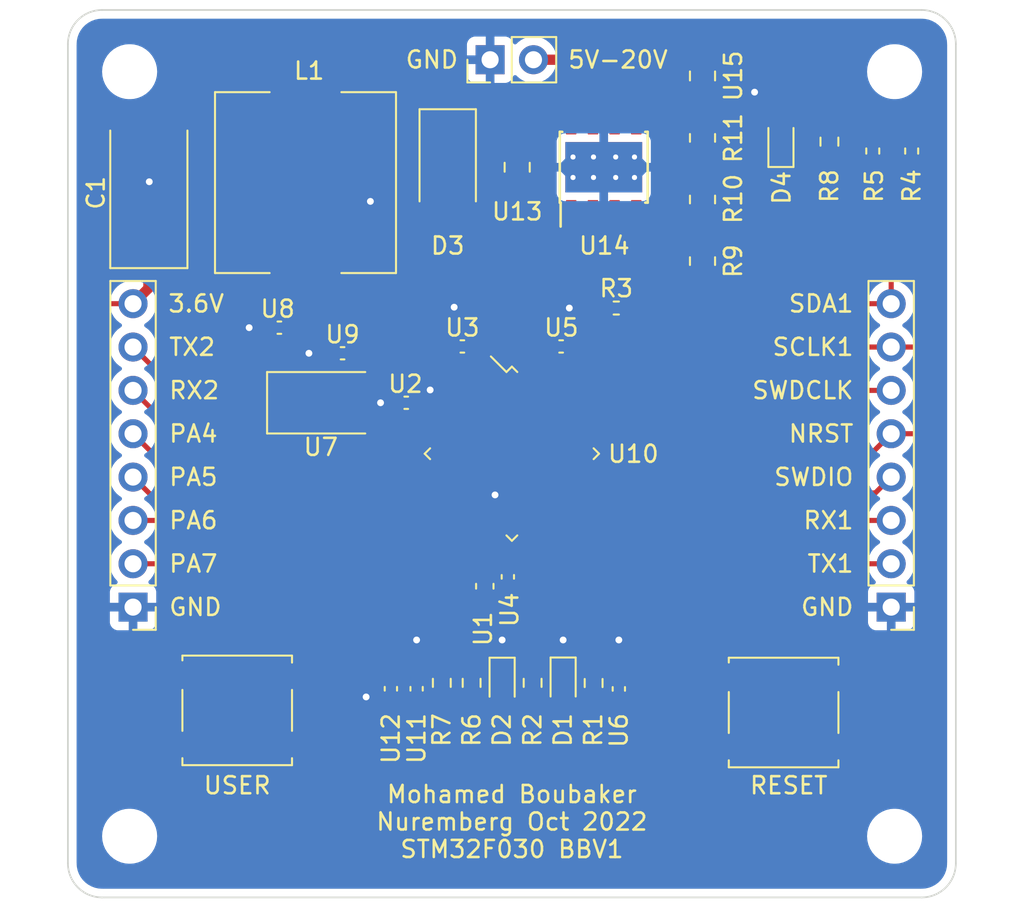
<source format=kicad_pcb>
(kicad_pcb (version 20211014) (generator pcbnew)
  (layers (0 "F.Cu" signal) (31 "B.Cu" signal) (34 "B.Paste" user) (35 "F.Paste" user) (36 "B.SilkS" user "B.Silkscreen") (37 "F.SilkS" user "F.Silkscreen") (38 "B.Mask" user) (39 "F.Mask" user) (44 "Edge.Cuts" user))
  (net 0 "")
  (net 1 "+3.3V")
  (net 2 "GND")
  (net 3 "Net-(D1-Pad2)")
  (net 4 "Net-(D2-Pad2)")
  (net 5 "Net-(D3-Pad1)")
  (net 6 "Net-(D4-Pad2)")
  (net 7 "SWDIO")
  (net 8 "SWDCLK")
  (net 9 "NRST")
  (net 10 "USART2_RX")
  (net 11 "USART2_TX")
  (net 12 "USART1_RX")
  (net 13 "USART1_TX")
  (net 14 "I2C1_SCLK")
  (net 15 "I2C1_SDA")
  (net 16 "+12V")
  (net 17 "LED2")
  (net 18 "LED1")
  (net 19 "/BOOT0")
  (net 20 "Net-(R6-Pad1)")
  (net 21 "Net-(R6-Pad2)")
  (net 22 "feedback")
  (net 23 "Net-(R10-Pad2)")
  (net 24 "/HSE_IN")
  (net 25 "/HSE_OUT")
  (net 31 "PA7")
  (net 32 "PA6")
  (net 33 "PA5")
  (net 34 "PA4")
  (net 48 "Net-(U13-Pad1)")
  (footprint "MountingHole:MountingHole_2.2mm_M2" (layer "F.Cu") (at 126.6 58.2)
    (fp_text reference "H3")
    (fp_text value "MountingHole")
    (pad "" np_thru_hole circle (at 0 0) (size 2.2 2.2) (drill 2.2) (layers *.Cu *.Mask))
  )
  (footprint "Capacitor_SMD:C_0603_1608Metric" (layer "F.Cu") (at 147.4 88.35 -90)
    (fp_text reference "U1" (at 2.5 0.1 -90) (layer "F.SilkS"))
    (fp_text value "4u7")
    (pad "1" smd roundrect (at -0.775 0 270) (size 0.9 0.95) (layers "F.Cu" "F.Paste" "F.Mask") (net 1 "+3.3V"))
    (pad "2" smd roundrect (at 0.775 0 270) (size 0.9 0.95) (layers "F.Cu" "F.Paste" "F.Mask") (net 2 "GND"))
  )
  (footprint "Resistor_SMD:R_0603_1608Metric" (layer "F.Cu") (at 146.62875 94.0125 -90)
    (fp_text reference "R6" (at 2.76 0 -90) (layer "F.SilkS"))
    (fp_text value "1K")
    (pad "1" smd roundrect (at -0.825 0 270) (size 0.8 0.95) (layers "F.Cu" "F.Paste" "F.Mask") (net 20 "Net-(R6-Pad1)"))
    (pad "2" smd roundrect (at 0.825 0 270) (size 0.8 0.95) (layers "F.Cu" "F.Paste" "F.Mask") (net 21 "Net-(R6-Pad2)"))
  )
  (footprint "Inductor_SMD:L_10.4x10.4_H4.8" (layer "F.Cu") (at 136.9 64.7 -90)
    (fp_text reference "L1" (at -6.55 -0.211 180) (layer "F.SilkS"))
    (fp_text value "15uH")
    (pad "1" smd rect (at -4.15 0 270) (size 2.7 3.6) (layers "F.Cu" "F.Paste" "F.Mask") (net 5 "Net-(D3-Pad1)"))
    (pad "2" smd rect (at 4.15 0 270) (size 2.7 3.6) (layers "F.Cu" "F.Paste" "F.Mask") (net 1 "+3.3V"))
  )
  (footprint "Button_Switch_SMD:SW_Push_1P1T_NO_CK_KSC6xxJ" (layer "F.Cu") (at 164.9 95.75 180)
    (fp_text reference "SW1")
    (fp_text value "SW_Push")
    (pad "1" smd rect (at 2.9 -2 180) (size 2.8 1) (layers "F.Cu" "F.Paste" "F.Mask") (net 9 "NRST"))
    (pad "1" smd rect (at -2.9 -2 180) (size 2.8 1) (layers "F.Cu" "F.Paste" "F.Mask") (net 9 "NRST"))
    (pad "2" smd rect (at -2.9 2 180) (size 2.8 1) (layers "F.Cu" "F.Paste" "F.Mask") (net 2 "GND"))
    (pad "2" smd rect (at 2.9 2 180) (size 2.8 1) (layers "F.Cu" "F.Paste" "F.Mask") (net 2 "GND"))
  )
  (footprint "Capacitor_SMD:C_0402_1005Metric" (layer "F.Cu") (at 143.40625 94.3575 90)
    (fp_text reference "U11" (at -2.915 0 90) (layer "F.SilkS"))
    (fp_text value "10p")
    (pad "1" smd roundrect (at -0.48 0 90) (size 0.56 0.62) (layers "F.Cu" "F.Paste" "F.Mask") (net 21 "Net-(R6-Pad2)"))
    (pad "2" smd roundrect (at 0.48 0 90) (size 0.56 0.62) (layers "F.Cu" "F.Paste" "F.Mask") (net 2 "GND"))
  )
  (footprint "Resistor_SMD:R_0805_2012Metric" (layer "F.Cu") (at 160.15 65.69 90)
    (fp_text reference "R10" (at 0.0375 1.8 90) (layer "F.SilkS"))
    (fp_text value "1k5")
    (pad "1" smd roundrect (at -0.9125 0 90) (size 1.025 1.4) (layers "F.Cu" "F.Paste" "F.Mask") (roundrect_rratio 0.243902439) (net 22 "feedback"))
    (pad "2" smd roundrect (at 0.9125 0 90) (size 1.025 1.4) (layers "F.Cu" "F.Paste" "F.Mask") (roundrect_rratio 0.243902439) (net 23 "Net-(R10-Pad2)"))
  )
  (footprint "Button_Switch_SMD:SW_Push_1P1T_NO_CK_KSC6xxJ" (layer "F.Cu") (at 132.9 95.625 180)
    (fp_text reference "SW2")
    (fp_text value "SW_Push")
    (pad "1" smd rect (at 2.9 -2 180) (size 2.8 1) (layers "F.Cu" "F.Paste" "F.Mask") (net 21 "Net-(R6-Pad2)"))
    (pad "1" smd rect (at -2.9 -2 180) (size 2.8 1) (layers "F.Cu" "F.Paste" "F.Mask") (net 21 "Net-(R6-Pad2)"))
    (pad "2" smd rect (at -2.9 2 180) (size 2.8 1) (layers "F.Cu" "F.Paste" "F.Mask") (net 1 "+3.3V"))
    (pad "2" smd rect (at 2.9 2 180) (size 2.8 1) (layers "F.Cu" "F.Paste" "F.Mask") (net 1 "+3.3V"))
  )
  (footprint "Resistor_SMD:R_0603_1608Metric" (layer "F.Cu") (at 153.77375 94.0225 -90)
    (fp_text reference "R1" (at 2.75 0.015786 90) (layer "F.SilkS"))
    (fp_text value "1k5")
    (pad "1" smd roundrect (at -0.825 0 270) (size 0.8 0.95) (layers "F.Cu" "F.Paste" "F.Mask") (net 17 "LED2"))
    (pad "2" smd roundrect (at 0.825 0 270) (size 0.8 0.95) (layers "F.Cu" "F.Paste" "F.Mask") (net 3 "Net-(D1-Pad2)"))
  )
  (footprint "MountingHole:MountingHole_2.2mm_M2" (layer "F.Cu") (at 171.4 103)
    (fp_text reference "H2")
    (fp_text value "MountingHole")
    (pad "" np_thru_hole circle locked (at 0 0) (size 2.2 2.2) (drill 2.2) (layers *.Cu *.Mask))
  )
  (footprint "Resistor_SMD:R_0603_1608Metric" (layer "F.Cu") (at 150.20125 94.0125 -90)
    (fp_text reference "R2" (at 2.76 0.005786 90) (layer "F.SilkS"))
    (fp_text value "1k5")
    (pad "1" smd roundrect (at -0.825 0 270) (size 0.8 0.95) (layers "F.Cu" "F.Paste" "F.Mask") (net 18 "LED1"))
    (pad "2" smd roundrect (at 0.825 0 270) (size 0.8 0.95) (layers "F.Cu" "F.Paste" "F.Mask") (net 4 "Net-(D2-Pad2)"))
  )
  (footprint "Connector_PinHeader_2.54mm:PinHeader_1x08_P2.54mm_Vertical" (layer "F.Cu") (at 171.2 89.575 180)
    (fp_text reference "J1")
    (fp_text value "Communication pins")
    (pad "1" thru_hole rect locked (at 0 0 180) (size 1.7 1.7) (drill 1) (layers *.Cu *.Mask) (net 2 "GND"))
    (pad "2" thru_hole oval locked (at 0 2.54 180) (size 1.7 1.7) (drill 1) (layers *.Cu *.Mask) (net 13 "USART1_TX"))
    (pad "3" thru_hole oval locked (at 0 5.08 180) (size 1.7 1.7) (drill 1) (layers *.Cu *.Mask) (net 12 "USART1_RX"))
    (pad "4" thru_hole oval locked (at 0 7.62 180) (size 1.7 1.7) (drill 1) (layers *.Cu *.Mask) (net 7 "SWDIO"))
    (pad "5" thru_hole oval locked (at 0 10.16 180) (size 1.7 1.7) (drill 1) (layers *.Cu *.Mask) (net 9 "NRST"))
    (pad "6" thru_hole oval locked (at 0 12.7 180) (size 1.7 1.7) (drill 1) (layers *.Cu *.Mask) (net 8 "SWDCLK"))
    (pad "7" thru_hole oval locked (at 0 15.24 180) (size 1.7 1.7) (drill 1) (layers *.Cu *.Mask) (net 14 "I2C1_SCLK"))
    (pad "8" thru_hole oval locked (at 0 17.78 180) (size 1.7 1.7) (drill 1) (layers *.Cu *.Mask) (net 15 "I2C1_SDA"))
  )
  (footprint "Capacitor_SMD:C_0402_1005Metric" (layer "F.Cu") (at 135.37 73.2 180)
    (fp_text reference "U8" (at 0.1 1.1 180) (layer "F.SilkS"))
    (fp_text value "30p")
    (pad "1" smd roundrect (at -0.48 0 180) (size 0.56 0.62) (layers "F.Cu" "F.Paste" "F.Mask") (net 24 "/HSE_IN"))
    (pad "2" smd roundrect (at 0.48 0 180) (size 0.56 0.62) (layers "F.Cu" "F.Paste" "F.Mask") (net 2 "GND"))
  )
  (footprint "MountingHole:MountingHole_2.2mm_M2" (layer "F.Cu") (at 126.6 103)
    (fp_text reference "H1")
    (fp_text value "MountingHole")
    (pad "" np_thru_hole circle locked (at 0 0) (size 2.2 2.2) (drill 2.2) (layers *.Cu *.Mask))
  )
  (footprint "Resistor_SMD:R_0402_1005Metric" (layer "F.Cu") (at 172.4 62.85 90)
    (fp_text reference "R4" (at -2.05 0 270) (layer "F.SilkS"))
    (fp_text value "2k2")
    (pad "1" smd roundrect locked (at -0.51 0 90) (size 0.54 0.64) (layers "F.Cu" "F.Paste" "F.Mask") (net 14 "I2C1_SCLK"))
    (pad "2" smd roundrect locked (at 0.51 0 90) (size 0.54 0.64) (layers "F.Cu" "F.Paste" "F.Mask") (net 1 "+3.3V"))
  )
  (footprint "Crystal:Crystal_SMD_5032-2Pin_5.0x3.2mm" (layer "F.Cu") (at 137.7 77.6)
    (fp_text reference "U7" (at 0.1 2.6) (layer "F.SilkS"))
    (fp_text value "8MHz")
    (pad "1" smd rect (at -1.85 0) (size 2 2.4) (layers "F.Cu" "F.Paste" "F.Mask") (net 24 "/HSE_IN"))
    (pad "2" smd rect (at 1.85 0) (size 2 2.4) (layers "F.Cu" "F.Paste" "F.Mask") (net 25 "/HSE_OUT"))
  )
  (footprint "Connector_PinHeader_2.54mm:PinHeader_1x08_P2.54mm_Vertical" (layer "F.Cu") (at 126.8 89.575 180)
    (fp_text reference "J2")
    (fp_text value "Communication pins")
    (pad "1" thru_hole rect locked (at 0 0 180) (size 1.7 1.7) (drill 1) (layers *.Cu *.Mask) (net 2 "GND"))
    (pad "2" thru_hole oval locked (at 0 2.54 180) (size 1.7 1.7) (drill 1) (layers *.Cu *.Mask) (net 31 "PA7"))
    (pad "3" thru_hole oval locked (at 0 5.08 180) (size 1.7 1.7) (drill 1) (layers *.Cu *.Mask) (net 32 "PA6"))
    (pad "4" thru_hole oval locked (at 0 7.62 180) (size 1.7 1.7) (drill 1) (layers *.Cu *.Mask) (net 33 "PA5"))
    (pad "5" thru_hole oval locked (at 0 10.16 180) (size 1.7 1.7) (drill 1) (layers *.Cu *.Mask) (net 34 "PA4"))
    (pad "6" thru_hole oval locked (at 0 12.7 180) (size 1.7 1.7) (drill 1) (layers *.Cu *.Mask) (net 10 "USART2_RX"))
    (pad "7" thru_hole oval locked (at 0 15.24 180) (size 1.7 1.7) (drill 1) (layers *.Cu *.Mask) (net 11 "USART2_TX"))
    (pad "8" thru_hole oval locked (at 0 17.78 180) (size 1.7 1.7) (drill 1) (layers *.Cu *.Mask) (net 1 "+3.3V"))
  )
  (footprint "Capacitor_SMD:C_0402_1005Metric" (layer "F.Cu") (at 155.25 94.3675 90)
    (fp_text reference "U6" (at -2.428809 0 90) (layer "F.SilkS"))
    (fp_text value "100n")
    (pad "1" smd roundrect (at -0.48 0 90) (size 0.56 0.62) (layers "F.Cu" "F.Paste" "F.Mask") (net 9 "NRST"))
    (pad "2" smd roundrect (at 0.48 0 90) (size 0.56 0.62) (layers "F.Cu" "F.Paste" "F.Mask") (net 2 "GND"))
  )
  (footprint "Resistor_SMD:R_0805_2012Metric" (layer "F.Cu") (at 160.15 69.3 90)
    (fp_text reference "R9" (at 0 1.8 90) (layer "F.SilkS"))
    (fp_text value "8k2")
    (pad "1" smd roundrect (at -0.9125 0 90) (size 1.025 1.4) (layers "F.Cu" "F.Paste" "F.Mask") (roundrect_rratio 0.243902439) (net 1 "+3.3V"))
    (pad "2" smd roundrect (at 0.9125 0 90) (size 1.025 1.4) (layers "F.Cu" "F.Paste" "F.Mask") (roundrect_rratio 0.243902439) (net 22 "feedback"))
  )
  (footprint "Diode_SMD:D_SMA" (layer "F.Cu") (at 145.228 63.8 -90)
    (fp_text reference "D3" (at 4.6 0) (layer "F.SilkS"))
    (fp_text value "B340")
    (pad "1" smd rect (at -2 0 270) (size 2.5 1.8) (layers "F.Cu" "F.Paste" "F.Mask") (net 5 "Net-(D3-Pad1)"))
    (pad "2" smd rect (at 2 0 270) (size 2.5 1.8) (layers "F.Cu" "F.Paste" "F.Mask") (net 2 "GND"))
  )
  (footprint "Capacitor_SMD:C_0402_1005Metric" (layer "F.Cu") (at 146.085786 74.3 180)
    (fp_text reference "U3" (at 0 1.1) (layer "F.SilkS"))
    (fp_text value "100n")
    (pad "1" smd roundrect (at -0.48 0 180) (size 0.56 0.62) (layers "F.Cu" "F.Paste" "F.Mask") (net 1 "+3.3V"))
    (pad "2" smd roundrect (at 0.48 0 180) (size 0.56 0.62) (layers "F.Cu" "F.Paste" "F.Mask") (net 2 "GND"))
  )
  (footprint "Resistor_SMD:R_0603_1608Metric" (layer "F.Cu") (at 144.8825 94.0125 90)
    (fp_text reference "R7" (at -2.76 -0.007661 90) (layer "F.SilkS"))
    (fp_text value "100K")
    (pad "1" smd roundrect (at -0.825 0 90) (size 0.8 0.95) (layers "F.Cu" "F.Paste" "F.Mask") (net 21 "Net-(R6-Pad2)"))
    (pad "2" smd roundrect (at 0.825 0 90) (size 0.8 0.95) (layers "F.Cu" "F.Paste" "F.Mask") (net 2 "GND"))
  )
  (footprint "Resistor_SMD:R_0603_1608Metric" (layer "F.Cu") (at 167.582 62.3 90)
    (fp_text reference "R8" (at -2.6 0 90) (layer "F.SilkS"))
    (fp_text value "1k5")
    (pad "1" smd roundrect (at -0.825 0 90) (size 0.8 0.95) (layers "F.Cu" "F.Paste" "F.Mask") (net 1 "+3.3V"))
    (pad "2" smd roundrect (at 0.825 0 90) (size 0.8 0.95) (layers "F.Cu" "F.Paste" "F.Mask") (net 6 "Net-(D4-Pad2)"))
  )
  (footprint "Capacitor_SMD:C_0402_1005Metric" (layer "F.Cu") (at 142.8 77.6 180)
    (fp_text reference "U2" (at 0.05 1.1) (layer "F.SilkS"))
    (fp_text value "100n")
    (pad "1" smd roundrect (at -0.48 0 180) (size 0.56 0.62) (layers "F.Cu" "F.Paste" "F.Mask") (net 1 "+3.3V"))
    (pad "2" smd roundrect (at 0.48 0 180) (size 0.56 0.62) (layers "F.Cu" "F.Paste" "F.Mask") (net 2 "GND"))
  )
  (footprint "Resistor_SMD:R_0402_1005Metric" (layer "F.Cu") (at 155.1 72.05)
    (fp_text reference "R3" (at 0 -1.15) (layer "F.SilkS"))
    (fp_text value "10K")
    (pad "1" smd roundrect (at -0.51 0) (size 0.54 0.64) (layers "F.Cu" "F.Paste" "F.Mask") (net 2 "GND"))
    (pad "2" smd roundrect (at 0.51 0) (size 0.54 0.64) (layers "F.Cu" "F.Paste" "F.Mask") (net 19 "/BOOT0"))
  )
  (footprint "Capacitor_SMD:C_0805_2012Metric" (layer "F.Cu") (at 160.15 58.45 -90)
    (fp_text reference "U15" (at 0 -1.8 90) (layer "F.SilkS"))
    (fp_text value "10u")
    (pad "1" smd roundrect (at -0.95 0 270) (size 1 1.45) (layers "F.Cu" "F.Paste" "F.Mask") (net 16 "+12V"))
    (pad "2" smd roundrect (at 0.95 0 270) (size 1 1.45) (layers "F.Cu" "F.Paste" "F.Mask") (net 2 "GND"))
  )
  (footprint "Resistor_SMD:R_0805_2012Metric" (layer "F.Cu") (at 160.15 62.08 90)
    (fp_text reference "R11" (at -0.01 1.8 90) (layer "F.SilkS"))
    (fp_text value "2k7")
    (pad "1" smd roundrect (at -0.9125 0 90) (size 1.025 1.4) (layers "F.Cu" "F.Paste" "F.Mask") (roundrect_rratio 0.243902439) (net 23 "Net-(R10-Pad2)"))
    (pad "2" smd roundrect (at 0.9125 0 90) (size 1.025 1.4) (layers "F.Cu" "F.Paste" "F.Mask") (roundrect_rratio 0.243902439) (net 2 "GND"))
  )
  (footprint "Capacitor_SMD:C_0402_1005Metric" (layer "F.Cu") (at 151.87 74.3)
    (fp_text reference "U5" (at 0.014214 -1.1) (layer "F.SilkS"))
    (fp_text value "100n")
    (pad "1" smd roundrect (at -0.48 0) (size 0.56 0.62) (layers "F.Cu" "F.Paste" "F.Mask") (net 1 "+3.3V"))
    (pad "2" smd roundrect (at 0.48 0) (size 0.56 0.62) (layers "F.Cu" "F.Paste" "F.Mask") (net 2 "GND"))
  )
  (footprint "Capacitor_SMD:C_0402_1005Metric" (layer "F.Cu") (at 141.9 94.3575 -90)
    (fp_text reference "U12" (at 2.915 0 90) (layer "F.SilkS"))
    (fp_text value "100n")
    (pad "1" smd roundrect (at -0.48 0 270) (size 0.56 0.62) (layers "F.Cu" "F.Paste" "F.Mask") (net 20 "Net-(R6-Pad1)"))
    (pad "2" smd roundrect (at 0.48 0 270) (size 0.56 0.62) (layers "F.Cu" "F.Paste" "F.Mask") (net 2 "GND"))
  )
  (footprint "MountingHole:MountingHole_2.2mm_M2" (layer "F.Cu") (at 171.4 58.2)
    (fp_text reference "H4")
    (fp_text value "MountingHole")
    (pad "" np_thru_hole circle locked (at 0 0) (size 2.2 2.2) (drill 2.2) (layers *.Cu *.Mask))
  )
  (footprint "Capacitor_Tantalum_SMD:CP_EIA-7343-15_Kemet-W" (layer "F.Cu") (at 127.725 65.3 90)
    (fp_text reference "C1" (at 0 -3.1 90) (layer "F.SilkS"))
    (fp_text value "220u")
    (pad "1" smd roundrect locked (at -3.1125 0 90) (size 2.075 2.55) (layers "F.Cu" "F.Paste" "F.Mask") (roundrect_rratio 0.1204819277) (net 1 "+3.3V"))
    (pad "2" smd roundrect locked (at 3.1125 0 90) (size 2.075 2.55) (layers "F.Cu" "F.Paste" "F.Mask") (roundrect_rratio 0.1204819277) (net 2 "GND"))
  )
  (footprint "Package_SO:TI_SO-PowerPAD-8_ThermalVias" (layer "F.Cu") (at 154.366 63.8 90)
    (fp_text reference "U14" (at -4.6 0.034) (layer "F.SilkS"))
    (fp_text value "TPS5430DDA")
    (pad "1" smd rect (at -2.7 -1.905 90) (size 1.55 0.6) (layers "F.Cu" "F.Paste" "F.Mask") (net 48 "Net-(U13-Pad1)"))
    (pad "2" smd rect (at -2.7 -0.635 90) (size 1.55 0.6) (layers "F.Cu" "F.Paste" "F.Mask"))
    (pad "3" smd rect (at -2.7 0.635 90) (size 1.55 0.6) (layers "F.Cu" "F.Paste" "F.Mask"))
    (pad "4" smd rect (at -2.7 1.905 90) (size 1.55 0.6) (layers "F.Cu" "F.Paste" "F.Mask") (net 22 "feedback"))
    (pad "5" smd rect (at 2.7 1.905 90) (size 1.55 0.6) (layers "F.Cu" "F.Paste" "F.Mask"))
    (pad "6" smd rect (at 2.7 0.635 90) (size 1.55 0.6) (layers "F.Cu" "F.Paste" "F.Mask") (net 2 "GND"))
    (pad "7" smd rect (at 2.7 -0.635 90) (size 1.55 0.6) (layers "F.Cu" "F.Paste" "F.Mask") (net 16 "+12V"))
    (pad "8" smd rect (at 2.7 -1.905 90) (size 1.55 0.6) (layers "F.Cu" "F.Paste" "F.Mask") (net 5 "Net-(D3-Pad1)"))
    (pad "9" smd rect (at 0 0 90) (size 2.95 4.5) (layers "B.Cu") (net 2 "GND"))
    (pad "9" thru_hole circle (at -0.6 0.7 90) (size 0.6 0.6) (drill 0.3) (layers *.Cu) (net 2 "GND"))
    (pad "9" thru_hole circle (at -0.6 1.8 90) (size 0.6 0.6) (drill 0.3) (layers *.Cu) (net 2 "GND"))
    (pad "9" thru_hole circle (at 0.6 -0.6 90) (size 0.6 0.6) (drill 0.3) (layers *.Cu) (net 2 "GND"))
    (pad "9" thru_hole circle (at 0.6 0.7 90) (size 0.6 0.6) (drill 0.3) (layers *.Cu) (net 2 "GND"))
    (pad "9" thru_hole circle (at -0.6 -1.8 90) (size 0.6 0.6) (drill 0.3) (layers *.Cu) (net 2 "GND"))
    (pad "9" smd rect (at 0 0 90) (size 2.95 4.5) (layers "F.Cu") (net 2 "GND"))
    (pad "9" thru_hole circle (at 0.6 1.8 90) (size 0.6 0.6) (drill 0.3) (layers *.Cu) (net 2 "GND"))
    (pad "9" smd rect (at 0 0 90) (size 2.6 3.1) (layers "F.Cu" "F.Paste" "F.Mask") (net 2 "GND"))
    (pad "9" thru_hole circle (at -0.6 -0.6 90) (size 0.6 0.6) (drill 0.3) (layers *.Cu) (net 2 "GND"))
    (pad "9" thru_hole circle (at 0.6 -1.8 90) (size 0.6 0.6) (drill 0.3) (layers *.Cu) (net 2 "GND"))
  )
  (footprint "Connector_PinHeader_2.54mm:PinHeader_1x02_P2.54mm_Vertical" (layer "F.Cu") (at 147.710786 57.5 90)
    (fp_text reference "J4")
    (fp_text value "5V-20V")
    (pad "1" thru_hole rect locked (at 0 0 90) (size 1.7 1.7) (drill 1) (layers *.Cu *.Mask) (net 2 "GND"))
    (pad "2" thru_hole oval locked (at 0 2.54 90) (size 1.7 1.7) (drill 1) (layers *.Cu *.Mask) (net 16 "+12V"))
  )
  (footprint "LED_SMD:LED_0603_1608Metric" (layer "F.Cu") (at 164.743 62.3 90)
    (fp_text reference "D4" (at -2.7 0.043 90) (layer "F.SilkS"))
    (fp_text value "PWR Status")
    (pad "1" smd roundrect (at -0.7875 0 90) (size 0.875 0.95) (layers "F.Cu" "F.Paste" "F.Mask") (net 2 "GND"))
    (pad "2" smd roundrect (at 0.7875 0 90) (size 0.875 0.95) (layers "F.Cu" "F.Paste" "F.Mask") (net 6 "Net-(D4-Pad2)"))
  )
  (footprint "Capacitor_SMD:C_0402_1005Metric" (layer "F.Cu") (at 148.75 87.8 -90)
    (fp_text reference "U4" (at 1.93 -0.1 -90) (layer "F.SilkS"))
    (fp_text value "100n")
    (pad "1" smd roundrect (at -0.48 0 270) (size 0.56 0.62) (layers "F.Cu" "F.Paste" "F.Mask") (net 1 "+3.3V"))
    (pad "2" smd roundrect (at 0.48 0 270) (size 0.56 0.62) (layers "F.Cu" "F.Paste" "F.Mask") (net 2 "GND"))
  )
  (footprint "LED_SMD:LED_0603_1608Metric" (layer "F.Cu") (at 148.415 94.0225 -90)
    (fp_text reference "D2" (at 2.75 0.015786 90) (layer "F.SilkS"))
    (fp_text value "LED2")
    (pad "1" smd roundrect (at -0.7875 0 270) (size 0.875 0.95) (layers "F.Cu" "F.Paste" "F.Mask") (net 2 "GND"))
    (pad "2" smd roundrect (at 0.7875 0 270) (size 0.875 0.95) (layers "F.Cu" "F.Paste" "F.Mask") (net 4 "Net-(D2-Pad2)"))
  )
  (footprint "Package_QFP:LQFP-48_7x7mm_P0.5mm" (layer "F.Cu") (at 148.985786 80.585786 -45)
    (fp_text reference "U10" (at 5.04056 -5.020458 unlocked) (layer "F.SilkS"))
    (fp_text value "STM32F030C8Tx")
    (pad "1" smd roundrect (at -4.1625 -2.75 315) (size 1.475 0.3) (layers "F.Cu" "F.Paste" "F.Mask") (net 1 "+3.3V"))
    (pad "2" smd roundrect (at -4.1625 -2.25 315) (size 1.475 0.3) (layers "F.Cu" "F.Paste" "F.Mask"))
    (pad "3" smd roundrect (at -4.1625 -1.75 315) (size 1.475 0.3) (layers "F.Cu" "F.Paste" "F.Mask"))
    (pad "4" smd roundrect (at -4.1625 -1.25 315) (size 1.475 0.3) (layers "F.Cu" "F.Paste" "F.Mask"))
    (pad "5" smd roundrect (at -4.1625 -0.75 315) (size 1.475 0.3) (layers "F.Cu" "F.Paste" "F.Mask") (net 24 "/HSE_IN"))
    (pad "6" smd roundrect (at -4.1625 -0.25 315) (size 1.475 0.3) (layers "F.Cu" "F.Paste" "F.Mask") (net 25 "/HSE_OUT"))
    (pad "7" smd roundrect (at -4.1625 0.25 315) (size 1.475 0.3) (layers "F.Cu" "F.Paste" "F.Mask") (net 9 "NRST"))
    (pad "8" smd roundrect (at -4.1625 0.75 315) (size 1.475 0.3) (layers "F.Cu" "F.Paste" "F.Mask") (net 2 "GND"))
    (pad "9" smd roundrect (at -4.1625 1.25 315) (size 1.475 0.3) (layers "F.Cu" "F.Paste" "F.Mask") (net 1 "+3.3V"))
    (pad "10" smd roundrect (at -4.1625 1.75 315) (size 1.475 0.3) (layers "F.Cu" "F.Paste" "F.Mask"))
    (pad "11" smd roundrect (at -4.1625 2.25 315) (size 1.475 0.3) (layers "F.Cu" "F.Paste" "F.Mask"))
    (pad "12" smd roundrect (at -4.1625 2.75 315) (size 1.475 0.3) (layers "F.Cu" "F.Paste" "F.Mask") (net 11 "USART2_TX"))
    (pad "13" smd roundrect (at -2.75 4.1625 315) (size 0.3 1.475) (layers "F.Cu" "F.Paste" "F.Mask") (net 10 "USART2_RX"))
    (pad "14" smd roundrect (at -2.25 4.1625 315) (size 0.3 1.475) (layers "F.Cu" "F.Paste" "F.Mask") (net 34 "PA4"))
    (pad "15" smd roundrect (at -1.75 4.1625 315) (size 0.3 1.475) (layers "F.Cu" "F.Paste" "F.Mask") (net 33 "PA5"))
    (pad "16" smd roundrect (at -1.25 4.1625 315) (size 0.3 1.475) (layers "F.Cu" "F.Paste" "F.Mask") (net 32 "PA6"))
    (pad "17" smd roundrect (at -0.75 4.1625 315) (size 0.3 1.475) (layers "F.Cu" "F.Paste" "F.Mask") (net 31 "PA7"))
    (pad "18" smd roundrect (at -0.25 4.1625 315) (size 0.3 1.475) (layers "F.Cu" "F.Paste" "F.Mask"))
    (pad "19" smd roundrect (at 0.25 4.1625 315) (size 0.3 1.475) (layers "F.Cu" "F.Paste" "F.Mask"))
    (pad "20" smd roundrect (at 0.75 4.1625 315) (size 0.3 1.475) (layers "F.Cu" "F.Paste" "F.Mask"))
    (pad "21" smd roundrect (at 1.25 4.1625 315) (size 0.3 1.475) (layers "F.Cu" "F.Paste" "F.Mask"))
    (pad "22" smd roundrect (at 1.75 4.1625 315) (size 0.3 1.475) (layers "F.Cu" "F.Paste" "F.Mask") (net 20 "Net-(R6-Pad1)"))
    (pad "23" smd roundrect (at 2.25 4.1625 315) (size 0.3 1.475) (layers "F.Cu" "F.Paste" "F.Mask") (net 2 "GND"))
    (pad "24" smd roundrect (at 2.75 4.1625 315) (size 0.3 1.475) (layers "F.Cu" "F.Paste" "F.Mask") (net 1 "+3.3V"))
    (pad "25" smd roundrect (at 4.1625 2.75 315) (size 1.475 0.3) (layers "F.Cu" "F.Paste" "F.Mask") (net 18 "LED1"))
    (pad "26" smd roundrect (at 4.1625 2.25 315) (size 1.475 0.3) (layers "F.Cu" "F.Paste" "F.Mask") (net 17 "LED2"))
    (pad "27" smd roundrect (at 4.1625 1.75 315) (size 1.475 0.3) (layers "F.Cu" "F.Paste" "F.Mask"))
    (pad "28" smd roundrect (at 4.1625 1.25 315) (size 1.475 0.3) (layers "F.Cu" "F.Paste" "F.Mask"))
    (pad "29" smd roundrect (at 4.1625 0.75 315) (size 1.475 0.3) (layers "F.Cu" "F.Paste" "F.Mask"))
    (pad "30" smd roundrect (at 4.1625 0.25 315) (size 1.475 0.3) (layers "F.Cu" "F.Paste" "F.Mask") (net 13 "USART1_TX"))
    (pad "31" smd roundrect (at 4.1625 -0.25 315) (size 1.475 0.3) (layers "F.Cu" "F.Paste" "F.Mask") (net 12 "USART1_RX"))
    (pad "32" smd roundrect (at 4.1625 -0.75 315) (size 1.475 0.3) (layers "F.Cu" "F.Paste" "F.Mask"))
    (pad "33" smd roundrect (at 4.1625 -1.25 315) (size 1.475 0.3) (layers "F.Cu" "F.Paste" "F.Mask"))
    (pad "34" smd roundrect (at 4.1625 -1.75 315) (size 1.475 0.3) (layers "F.Cu" "F.Paste" "F.Mask") (net 7 "SWDIO"))
    (pad "35" smd roundrect (at 4.1625 -2.25 315) (size 1.475 0.3) (layers "F.Cu" "F.Paste" "F.Mask"))
    (pad "36" smd roundrect (at 4.1625 -2.75 315) (size 1.475 0.3) (layers "F.Cu" "F.Paste" "F.Mask"))
    (pad "37" smd roundrect (at 2.75 -4.1625 315) (size 0.3 1.475) (layers "F.Cu" "F.Paste" "F.Mask") (net 8 "SWDCLK"))
    (pad "38" smd roundrect (at 2.25 -4.1625 315) (size 0.3 1.475) (layers "F.Cu" "F.Paste" "F.Mask"))
    (pad "39" smd roundrect (at 1.75 -4.1625 315) (size 0.3 1.475) (layers "F.Cu" "F.Paste" "F.Mask"))
    (pad "40" smd roundrect (at 1.25 -4.1625 315) (size 0.3 1.475) (layers "F.Cu" "F.Paste" "F.Mask"))
    (pad "41" smd roundrect (at 0.75 -4.1625 315) (size 0.3 1.475) (layers "F.Cu" "F.Paste" "F.Mask"))
    (pad "42" smd roundrect (at 0.25 -4.1625 315) (size 0.3 1.475) (layers "F.Cu" "F.Paste" "F.Mask") (net 14 "I2C1_SCLK"))
    (pad "43" smd roundrect (at -0.25 -4.1625 315) (size 0.3 1.475) (layers "F.Cu" "F.Paste" "F.Mask") (net 15 "I2C1_SDA"))
    (pad "44" smd roundrect (at -0.75 -4.1625 315) (size 0.3 1.475) (layers "F.Cu" "F.Paste" "F.Mask") (net 19 "/BOOT0"))
    (pad "45" smd roundrect (at -1.25 -4.1625 315) (size 0.3 1.475) (layers "F.Cu" "F.Paste" "F.Mask"))
    (pad "46" smd roundrect (at -1.75 -4.1625 315) (size 0.3 1.475) (layers "F.Cu" "F.Paste" "F.Mask"))
    (pad "47" smd roundrect (at -2.25 -4.1625 315) (size 0.3 1.475) (layers "F.Cu" "F.Paste" "F.Mask") (net 2 "GND"))
    (pad "48" smd roundrect (at -2.75 -4.1625 315) (size 0.3 1.475) (layers "F.Cu" "F.Paste" "F.Mask") (net 1 "+3.3V"))
  )
  (footprint "Capacitor_SMD:C_0402_1005Metric" (layer "F.Cu") (at 139.07 74.7 180)
    (fp_text reference "U9" (at 0 1.1 180) (layer "F.SilkS"))
    (fp_text value "30p")
    (pad "1" smd roundrect (at -0.48 0 180) (size 0.56 0.62) (layers "F.Cu" "F.Paste" "F.Mask") (net 25 "/HSE_OUT"))
    (pad "2" smd roundrect (at 0.48 0 180) (size 0.56 0.62) (layers "F.Cu" "F.Paste" "F.Mask") (net 2 "GND"))
  )
  (footprint "LED_SMD:LED_0603_1608Metric" (layer "F.Cu") (at 151.9875 94.0125 -90)
    (fp_text reference "D1" (at 2.76 0.015786 90) (layer "F.SilkS"))
    (fp_text value "LED1")
    (pad "1" smd roundrect (at -0.7875 0 270) (size 0.875 0.95) (layers "F.Cu" "F.Paste" "F.Mask") (net 2 "GND"))
    (pad "2" smd roundrect (at 0.7875 0 270) (size 0.875 0.95) (layers "F.Cu" "F.Paste" "F.Mask") (net 3 "Net-(D1-Pad2)"))
  )
  (footprint "Resistor_SMD:R_0402_1005Metric" (layer "F.Cu") (at 170.121 62.85 90)
    (fp_text reference "R5" (at -2.05 0.079 270) (layer "F.SilkS"))
    (fp_text value "2k2")
    (pad "1" smd roundrect (at -0.51 0 90) (size 0.54 0.64) (layers "F.Cu" "F.Paste" "F.Mask") (net 15 "I2C1_SDA"))
    (pad "2" smd roundrect (at 0.51 0 90) (size 0.54 0.64) (layers "F.Cu" "F.Paste" "F.Mask") (net 1 "+3.3V"))
  )
  (footprint "Capacitor_SMD:C_0805_2012Metric" (layer "F.Cu") (at 149.297 63.8 90)
    (fp_text reference "U13" (at -2.6 0.003 180) (layer "F.SilkS"))
    (fp_text value "10n")
    (pad "1" smd roundrect (at -0.95 0 90) (size 1 1.45) (layers "F.Cu" "F.Paste" "F.Mask") (net 48 "Net-(U13-Pad1)"))
    (pad "2" smd roundrect (at 0.95 0 90) (size 1 1.45) (layers "F.Cu" "F.Paste" "F.Mask") (net 5 "Net-(D3-Pad1)"))
  )
  (gr_line locked (start 174.985786 56.585786) (end 174.985786 104.585786) (layer "Edge.Cuts") (width 0.1))
  (gr_line locked (start 172.985786 106.585786) (end 124.985786 106.585786) (layer "Edge.Cuts") (width 0.1))
  (gr_arc (start 174.985786 104.585786) (mid 174.4 106) (end 172.985786 106.585786) (layer "Edge.Cuts") (width 0.1))
  (gr_line locked (start 124.985786 54.585786) (end 172.985786 54.585786) (layer "Edge.Cuts") (width 0.1))
  (gr_arc locked (start 124.985786 106.585786) (mid 123.571572 106) (end 122.985786 104.585786) (layer "Edge.Cuts") (width 0.1))
  (gr_arc (start 122.985786 56.585786) (mid 123.571572 55.171572) (end 124.985786 54.585786) (layer "Edge.Cuts") (width 0.1))
  (gr_line locked (start 122.985786 104.585786) (end 122.985786 56.585786) (layer "Edge.Cuts") (width 0.1))
  (gr_arc locked (start 172.985786 54.585786) (mid 174.4 55.171572) (end 174.985786 56.585786) (layer "Edge.Cuts") (width 0.1))
  (gr_text "PA5" (at 130.333334 81.955) (layer "F.SilkS") (effects (font (size 1 1))))
  (gr_text "GND" (at 144.3 57.5) (layer "F.SilkS") (effects (font (size 1 1))))
  (gr_text "PA7" (at 130.333334 87.035) (layer "F.SilkS") (effects (font (size 1 1))))
  (gr_text "GND" (at 130.452381 89.575) (layer "F.SilkS") (effects (font (size 1 1))))
  (gr_text "SDA1" (at 167.095238 71.795) (layer "F.SilkS") (effects (font (size 1 1))))
  (gr_text "SWDIO" (at 166.666667 81.955) (layer "F.SilkS") (effects (font (size 1 1))))
  (gr_text "SCLK1" (at 166.619048 74.335) (layer "F.SilkS") (effects (font (size 1 1))))
  (gr_text "SWDCLK" (at 166.02381 76.875) (layer "F.SilkS") (effects (font (size 1 1))))
  (gr_text "USER" (at 132.9 100.025) (layer "F.SilkS") (effects (font (size 1 1))))
  (gr_text "Mohamed Boubaker\nNuremberg Oct 2022\nSTM32F030 BBV1" (at 148.985786 102.15) (layer "F.SilkS") (effects (font (size 1 1))))
  (gr_text "5V-20V" (at 155.2 57.5) (layer "F.SilkS") (effects (font (size 1 1))))
  (gr_text "GND" (at 167.452381 89.575) (layer "F.SilkS") (effects (font (size 1 1))))
  (gr_text "TX1" (at 167.642857 87.035) (layer "F.SilkS") (effects (font (size 1 1))))
  (gr_text "RX2" (at 130.380953 76.875) (layer "F.SilkS") (effects (font (size 1 1))))
  (gr_text "RESET" (at 165.2 100.025) (layer "F.SilkS") (effects (font (size 1 1))))
  (gr_text "3.6V" (at 130.5 71.795) (layer "F.SilkS") (effects (font (size 1 1))))
  (gr_text "NRST" (at 167.095238 79.415) (layer "F.SilkS") (effects (font (size 1 1))))
  (gr_text "TX2" (at 130.261905 74.335) (layer "F.SilkS") (effects (font (size 1 1))))
  (gr_text "PA4" (at 130.333334 79.415) (layer "F.SilkS") (effects (font (size 1 1))))
  (gr_text "PA6" (at 130.333334 84.495) (layer "F.SilkS") (effects (font (size 1 1))))
  (gr_text "RX1" (at 167.52381 84.495) (layer "F.SilkS") (effects (font (size 1 1))))
  (segment (start 124.705 71.795) (end 126.8 71.795) (width 0.3) (layer "F.Cu") (net 1))
  (segment (start 149.6 82.967766) (end 149.6 83.860659) (width 0.3) (layer "F.Cu") (net 1))
  (segment (start 143.28 78.32) (end 141.6 80) (width 0.3) (layer "F.Cu") (net 1))
  (segment (start 151.3125 70.2125) (end 160.15 70.2125) (width 0.6) (layer "F.Cu") (net 1))
  (segment (start 128.925 93.375) (end 124.775 93.375) (width 0.3) (layer "F.Cu") (net 1))
  (segment (start 141.6 80) (end 133.8 80) (width 0.3) (layer "F.Cu") (net 1))
  (segment (start 149.984574 75.69791) (end 151.382484 74.3) (width 0.3) (layer "F.Cu") (net 1))
  (segment (start 148.75 86.236664) (end 147.986998 85.473662) (width 0.3) (layer "F.Cu") (net 1))
  (segment (start 124 92.6) (end 124 72.5) (width 0.3) (layer "F.Cu") (net 1))
  (segment (start 170.121 62.34) (end 172.4 62.34) (width 0.3) (layer "F.Cu") (net 1))
  (segment (start 146.589088 74.3) (end 147.986998 75.69791) (width 0.3) (layer "F.Cu") (net 1))
  (segment (start 132.625 68.85) (end 128.1625 68.85) (width 0.6) (layer "F.Cu") (net 1))
  (segment (start 167.2875 70.2125) (end 160.15 70.2125) (width 0.3) (layer "F.Cu") (net 1))
  (segment (start 127.7 70.895) (end 127.7 68.4375) (width 0.6) (layer "F.Cu") (net 1))
  (segment (start 144.232234 77.6) (end 143.28 77.6) (width 0.3) (layer "F.Cu") (net 1))
  (segment (start 124 72.5) (end 124.705 71.795) (width 0.3) (layer "F.Cu") (net 1))
  (segment (start 151.382484 74.3) (end 151.39 74.3) (width 0.3) (layer "F.Cu") (net 1))
  (segment (start 143.28 77.6) (end 143.28 78.32) (width 0.3) (layer "F.Cu") (net 1))
  (segment (start 167.582 69.918) (end 167.2875 70.2125) (width 0.3) (layer "F.Cu") (net 1))
  (segment (start 133.8 80) (end 132.5 78.7) (width 0.3) (layer "F.Cu") (net 1))
  (segment (start 169.16 62.34) (end 170.121 62.34) (width 0.3) (layer "F.Cu") (net 1))
  (segment (start 140.85 68.85) (end 142.2125 70.2125) (width 0.6) (layer "F.Cu") (net 1))
  (segment (start 146.565786 74.3) (end 146.589088 74.3) (width 0.3) (layer "F.Cu") (net 1))
  (segment (start 146.565786 74.3) (end 146.565786 70.365786) (width 0.3) (layer "F.Cu") (net 1))
  (segment (start 128.1375 68.85) (end 127.7 68.4125) (width 0.6) (layer "F.Cu") (net 1))
  (segment (start 151.39 70.29) (end 151.3125 70.2125) (width 0.3) (layer "F.Cu") (net 1))
  (segment (start 136.9 68.85) (end 140.85 68.85) (width 0.6) (layer "F.Cu") (net 1))
  (segment (start 124.775 93.375) (end 124 92.6) (width 0.3) (layer "F.Cu") (net 1))
  (segment (start 149.6 83.860659) (end 147.986998 85.473662) (width 0.3) (layer "F.Cu") (net 1))
  (segment (start 146.565786 70.365786) (end 146.4125 70.2125) (width 0.3) (layer "F.Cu") (net 1))
  (segment (start 127.7 70.895) (end 126.8 71.795) (width 0.6) (layer "F.Cu") (net 1))
  (segment (start 128.1625 68.85) (end 127.725 68.4125) (width 0.6) (layer "F.Cu") (net 1))
  (segment (start 167.582 63.125) (end 168.375 63.125) (width 0.3) (layer "F.Cu") (net 1))
  (segment (start 147.4 87.575) (end 147.4 86.06066) (width 0.3) (layer "F.Cu") (net 1))
  (segment (start 147.4 86.06066) (end 147.986998 85.473662) (width 0.3) (layer "F.Cu") (net 1))
  (segment (start 128.925 93.375) (end 136.875 93.375) (width 0.3) (layer "F.Cu") (net 1))
  (segment (start 148.75 87.32) (end 148.75 86.236664) (width 0.3) (layer "F.Cu") (net 1))
  (segment (start 151.39 74.3) (end 151.39 70.29) (width 0.3) (layer "F.Cu") (net 1))
  (segment (start 168.375 63.125) (end 169.16 62.34) (width 0.3) (layer "F.Cu") (net 1))
  (segment (start 167.582 63.125) (end 167.582 69.918) (width 0.3) (layer "F.Cu") (net 1))
  (segment (start 145.158571 78.526337) (end 149.6 82.967766) (width 0.3) (layer "F.Cu") (net 1))
  (segment (start 146.4125 70.2125) (end 151.3125 70.2125) (width 0.6) (layer "F.Cu") (net 1))
  (segment (start 142.2125 70.2125) (end 146.4125 70.2125) (width 0.6) (layer "F.Cu") (net 1))
  (segment (start 132.5 78.7) (end 132.5 68.975) (width 0.3) (layer "F.Cu") (net 1))
  (segment (start 132.5 68.975) (end 132.625 68.85) (width 0.3) (layer "F.Cu") (net 1))
  (segment (start 127.7 68.4375) (end 127.725 68.4125) (width 0.6) (layer "F.Cu") (net 1))
  (segment (start 136.9 68.85) (end 132.625 68.85) (width 0.6) (layer "F.Cu") (net 1))
  (segment (start 145.158571 78.526337) (end 144.232234 77.6) (width 0.3) (layer "F.Cu") (net 1))
  (segment (start 155.001 61.1) (end 155.001 59.599) (width 0.6) (layer "F.Cu") (net 2))
  (segment (start 154.59 72.05) (end 152.35 72.05) (width 0.3) (layer "F.Cu") (net 2))
  (segment (start 151.5 75.2) (end 151.189592 75.2) (width 0.3) (layer "F.Cu") (net 2))
  (segment (start 148.6 83.6) (end 148.6 84.153552) (width 0.3) (layer "F.Cu") (net 2))
  (segment (start 143.40625 91.5) (end 144.5 91.5) (width 0.3) (layer "F.Cu") (net 2))
  (segment (start 127.725 64.625) (end 127.75 64.65) (width 0.6) (layer "F.Cu") (net 2))
  (segment (start 148.75 88.28) (end 148.75 88.75) (width 0.3) (layer "F.Cu") (net 2))
  (segment (start 160.3 91.5) (end 155.25 91.5) (width 0.3) (layer "F.Cu") (net 2))
  (segment (start 143.40625 93.8775) (end 143.40625 91.5) (width 0.3) (layer "F.Cu") (net 2))
  (segment (start 147.7 91.5) (end 147.4 91.2) (width 0.3) (layer "F.Cu") (net 2))
  (segment (start 160.925 92.125) (end 160.3 91.5) (width 0.3) (layer "F.Cu") (net 2))
  (segment (start 142.32 77.6) (end 141.294999 77.6) (width 0.3) (layer "F.Cu") (net 2))
  (segment (start 148 83) (end 148.6 83.6) (width 0.3) (layer "F.Cu") (net 2))
  (segment (start 163.2 62.8) (end 163.2 59.4) (width 0.3) (layer "F.Cu") (net 2))
  (segment (start 144.2 76.86066) (end 144.2 76.8505) (width 0.3) (layer "F.Cu") (net 2))
  (segment (start 145.512124 78.172784) (end 144.2 76.86066) (width 0.3) (layer "F.Cu") (net 2))
  (segment (start 148.75 88.75) (end 148.375 89.125) (width 0.3) (layer "F.Cu") (net 2))
  (segment (start 160.15 59.4) (end 163.2 59.4) (width 0.5) (layer "F.Cu") (net 2))
  (segment (start 152.35 74.35) (end 151.5 75.2) (width 0.3) (layer "F.Cu") (net 2))
  (segment (start 160.15 59.4) (end 160.15 61.1675) (width 0.5) (layer "F.Cu") (net 2))
  (segment (start 148.6 84.153552) (end 147.633444 85.120108) (width 0.3) (layer "F.Cu") (net 2))
  (segment (start 145.228 65.8) (end 140.7 65.8) (width 0.6) (layer "F.Cu") (net 2))
  (segment (start 141.9 94.8375) (end 140.45 94.8375) (width 0.3) (layer "F.Cu") (net 2))
  (segment (start 168.875 93.5) (end 160.925 93.5) (width 0.3) (layer "F.Cu") (net 2))
  (segment (start 151.9875 93.225) (end 151.9875 91.5) (width 0.3) (layer "F.Cu") (net 2))
  (segment (start 145.605786 74.3) (end 145.605786 72) (width 0.3) (layer "F.Cu") (net 2))
  (segment (start 148.375 89.125) (end 147.4 89.125) (width 0.3) (layer "F.Cu") (net 2))
  (segment (start 145 93.07) (end 144.8825 93.1875) (width 0.3) (layer "F.Cu") (net 2))
  (segment (start 163.4875 63.0875) (end 163.2 62.8) (width 0.3) (layer "F.Cu") (net 2))
  (segment (start 155.2 59.4) (end 160.15 59.4) (width 0.6) (layer "F.Cu") (net 2))
  (segment (start 148.415 93.235) (end 148.415 91.5) (width 0.3) (layer "F.Cu") (net 2))
  (segment (start 152.35 74.3) (end 152.35 74.35) (width 0.3) (layer "F.Cu") (net 2))
  (segment (start 127.725 62.1875) (end 127.725 64.625) (width 0.6) (layer "F.Cu") (net 2))
  (segment (start 148.415 91.5) (end 147.7 91.5) (width 0.3) (layer "F.Cu") (net 2))
  (segment (start 160.925 93.5) (end 160.925 92.125) (width 0.3) (layer "F.Cu") (net 2))
  (segment (start 164.743 63.0875) (end 163.4875 63.0875) (width 0.3) (layer "F.Cu") (net 2))
  (segment (start 144.5 91.5) (end 145 92) (width 0.3) (layer "F.Cu") (net 2))
  (segment (start 134.89 73.2) (end 133.6 73.2) (width 0.3) (layer "F.Cu") (net 2))
  (segment (start 147.4 91.2) (end 147.4 89.125) (width 0.3) (layer "F.Cu") (net 2))
  (segment (start 152.35 74.3) (end 152.35 72.05) (width 0.3) (layer "F.Cu") (net 2))
  (segment (start 138.59 74.7) (end 137.1 74.7) (width 0.3) (layer "F.Cu") (net 2))
  (segment (start 155.001 59.599) (end 155.2 59.4) (width 0.6) (layer "F.Cu") (net 2))
  (segment (start 155.25 93.8875) (end 155.25 91.6) (width 0.3) (layer "F.Cu") (net 2))
  (segment (start 145 92) (end 145 93.07) (width 0.3) (layer "F.Cu") (net 2))
  (segment (start 150.338128 76.051464) (end 151.189592 75.2) (width 0.3) (layer "F.Cu") (net 2))
  (via (at 148 83) (size 0.8) (drill 0.4) (layers "F.Cu" "B.Cu") (net 2))
  (via (at 152.35 72.05) (size 0.8) (drill 0.4) (layers "F.Cu" "B.Cu") (net 2))
  (via (at 133.6 73.2) (size 0.8) (drill 0.4) (layers "F.Cu" "B.Cu") (net 2))
  (via (at 151.9875 91.5) (size 0.8) (drill 0.4) (layers "F.Cu" "B.Cu") (net 2))
  (via (at 145.605786 72) (size 0.8) (drill 0.4) (layers "F.Cu" "B.Cu") (net 2))
  (via (at 127.75 64.65) (size 0.8) (drill 0.4) (layers "F.Cu" "B.Cu") (net 2))
  (via (at 140.7 65.8) (size 0.8) (drill 0.4) (layers "F.Cu" "B.Cu") (net 2))
  (via (at 163.2 59.4) (size 0.8) (drill 0.4) (layers "F.Cu" "B.Cu") (net 2))
  (via (at 143.40625 91.5) (size 0.8) (drill 0.4) (layers "F.Cu" "B.Cu") (net 2))
  (via (at 137.1 74.7) (size 0.8) (drill 0.4) (layers "F.Cu" "B.Cu") (net 2))
  (via (at 140.45 94.8375) (size 0.8) (drill 0.4) (layers "F.Cu" "B.Cu") (net 2))
  (via (at 141.294999 77.6) (size 0.8) (drill 0.4) (layers "F.Cu" "B.Cu") (net 2))
  (via (at 155.25 91.5) (size 0.8) (drill 0.4) (layers "F.Cu" "B.Cu") (net 2))
  (via (at 148.415 91.5) (size 0.8) (drill 0.4) (layers "F.Cu" "B.Cu") (net 2))
  (via (at 144.2 76.8505) (size 0.8) (drill 0.4) (layers "F.Cu" "B.Cu") (net 2))
  (segment (start 152.035 94.8475) (end 151.9875 94.8) (width 0.3) (layer "F.Cu") (net 3))
  (segment (start 153.77375 94.8475) (end 152.035 94.8475) (width 0.3) (layer "F.Cu") (net 3))
  (segment (start 150.20125 94.8375) (end 148.4425 94.8375) (width 0.3) (layer "F.Cu") (net 4))
  (segment (start 148.4425 94.8375) (end 148.415 94.81) (width 0.3) (layer "F.Cu") (net 4))
  (segment (start 149.2 61.1) (end 145.928 61.1) (width 0.6) (layer "F.Cu") (net 5))
  (segment (start 145.928 61.1) (end 145.228 61.8) (width 0.6) (layer "F.Cu") (net 5))
  (segment (start 140.45 60.55) (end 141.7 61.8) (width 0.6) (layer "F.Cu") (net 5))
  (segment (start 149.297 62.85) (end 149.297 61.197) (width 0.6) (layer "F.Cu") (net 5))
  (segment (start 152.461 61.1) (end 149.2 61.1) (width 0.6) (layer "F.Cu") (net 5))
  (segment (start 136.9 60.55) (end 140.45 60.55) (width 0.6) (layer "F.Cu") (net 5))
  (segment (start 141.7 61.8) (end 145.228 61.8) (width 0.6) (layer "F.Cu") (net 5))
  (segment (start 149.297 61.197) (end 149.2 61.1) (width 0.6) (layer "F.Cu") (net 5))
  (segment (start 164.743 61.5125) (end 167.5445 61.5125) (width 0.3) (layer "F.Cu") (net 6))
  (segment (start 167.5445 61.5125) (end 167.582 61.475) (width 0.3) (layer "F.Cu") (net 6))
  (segment (start 153.166555 82.291681) (end 153.759493 82.884619) (width 0.3) (layer "F.Cu") (net 7))
  (segment (start 170.270381 82.884619) (end 171.2 81.955) (width 0.3) (layer "F.Cu") (net 7))
  (segment (start 153.759493 82.884619) (end 170.270381 82.884619) (width 0.3) (layer "F.Cu") (net 7))
  (segment (start 156.58566 76.875) (end 153.873662 79.586998) (width 0.3) (layer "F.Cu") (net 8))
  (segment (start 171.2 76.875) (end 156.58566 76.875) (width 0.3) (layer "F.Cu") (net 8))
  (segment (start 148.636446 80.59) (end 170.025 80.59) (width 0.3) (layer "F.Cu") (net 9))
  (segment (start 168.875 98) (end 172.9 98) (width 0.3) (layer "F.Cu") (net 9))
  (segment (start 145.865677 77.819231) (end 148.636446 80.59) (width 0.3) (layer "F.Cu") (net 9))
  (segment (start 173.415 79.415) (end 171.2 79.415) (width 0.3) (layer "F.Cu") (net 9))
  (segment (start 174 96.9) (end 174 80) (width 0.3) (layer "F.Cu") (net 9))
  (segment (start 155.25 97.15) (end 155.25 94.8475) (width 0.3) (layer "F.Cu") (net 9))
  (segment (start 174 80) (end 173.415 79.415) (width 0.3) (layer "F.Cu") (net 9))
  (segment (start 172.9 98) (end 174 96.9) (width 0.3) (layer "F.Cu") (net 9))
  (segment (start 156.1 98) (end 155.25 97.15) (width 0.3) (layer "F.Cu") (net 9))
  (segment (start 160.925 98) (end 156.1 98) (width 0.3) (layer "F.Cu") (net 9))
  (segment (start 170.025 80.59) (end 171.2 79.415) (width 0.3) (layer "F.Cu") (net 9))
  (segment (start 160.925 98) (end 168.875 98) (width 0.3) (layer "F.Cu") (net 9))
  (segment (start 144.09791 81.584574) (end 144.082484 81.6) (width 0.3) (layer "F.Cu") (net 10))
  (segment (start 131.525 81.6) (end 126.8 76.875) (width 0.3) (layer "F.Cu") (net 10))
  (segment (start 144.082484 81.6) (end 131.525 81.6) (width 0.3) (layer "F.Cu") (net 10))
  (segment (start 142.884908 80.8) (end 144.09791 79.586998) (width 0.3) (layer "F.Cu") (net 11))
  (segment (start 142.884908 80.8) (end 133.265 80.8) (width 0.3) (layer "F.Cu") (net 11))
  (segment (start 133.265 80.8) (end 126.8 74.335) (width 0.3) (layer "F.Cu") (net 11))
  (segment (start 153.248554 84.495) (end 171.2 84.495) (width 0.3) (layer "F.Cu") (net 12))
  (segment (start 152.105895 83.352341) (end 153.248554 84.495) (width 0.3) (layer "F.Cu") (net 12))
  (segment (start 155.081446 87.035) (end 171.2 87.035) (width 0.3) (layer "F.Cu") (net 13))
  (segment (start 151.752341 83.705895) (end 155.081446 87.035) (width 0.3) (layer "F.Cu") (net 13))
  (segment (start 171.2 74.335) (end 173.465 74.335) (width 0.3) (layer "F.Cu") (net 14))
  (segment (start 173.26 63.36) (end 172.4 63.36) (width 0.3) (layer "F.Cu") (net 14))
  (segment (start 155.590126 74.335) (end 152.105895 77.819231) (width 0.3) (layer "F.Cu") (net 14))
  (segment (start 174 64.1) (end 173.26 63.36) (width 0.3) (layer "F.Cu") (net 14))
  (segment (start 174 73.8) (end 174 64.1) (width 0.3) (layer "F.Cu") (net 14))
  (segment (start 173.465 74.335) (end 174 73.8) (width 0.3) (layer "F.Cu") (net 14))
  (segment (start 171.2 74.335) (end 155.590126 74.335) (width 0.3) (layer "F.Cu") (net 14))
  (segment (start 171.2 66.9) (end 171.2 71.795) (width 0.3) (layer "F.Cu") (net 15))
  (segment (start 170.121 65.821) (end 171.2 66.9) (width 0.3) (layer "F.Cu") (net 15))
  (segment (start 170.121 63.36) (end 170.121 65.821) (width 0.3) (layer "F.Cu") (net 15))
  (segment (start 151.752341 77.465677) (end 157.423018 71.795) (width 0.3) (layer "F.Cu") (net 15))
  (segment (start 157.423018 71.795) (end 171.2 71.795) (width 0.3) (layer "F.Cu") (net 15))
  (segment (start 150.250786 57.5) (end 153.9 57.5) (width 0.6) (layer "F.Cu") (net 16))
  (segment (start 153.9 57.5) (end 160.15 57.5) (width 0.6) (layer "F.Cu") (net 16))
  (segment (start 153.731 57.669) (end 153.9 57.5) (width 0.6) (layer "F.Cu") (net 16))
  (segment (start 153.731 61.1) (end 153.731 57.669) (width 0.6) (layer "F.Cu") (net 16))
  (segment (start 153.77375 88.555732) (end 153.77375 93.1975) (width 0.3) (layer "F.Cu") (net 17))
  (segment (start 153.77375 88.555732) (end 150.338128 85.120108) (width 0.3) (layer "F.Cu") (net 17))
  (segment (start 150.20125 85.690338) (end 149.984574 85.473662) (width 0.3) (layer "F.Cu") (net 18))
  (segment (start 150.20125 93.1875) (end 150.20125 85.690338) (width 0.3) (layer "F.Cu") (net 18))
  (segment (start 155.61 72.900912) (end 155.61 72.05) (width 0.3) (layer "F.Cu") (net 19))
  (segment (start 151.398788 77.112124) (end 155.61 72.900912) (width 0.3) (layer "F.Cu") (net 19))
  (segment (start 141.9 93.8775) (end 141.9 90.146446) (width 0.3) (layer "F.Cu") (net 20))
  (segment (start 143.723223 88.323223) (end 147.279891 84.766555) (width 0.3) (layer "F.Cu") (net 20))
  (segment (start 143.873223 88.323223) (end 143.723223 88.323223) (width 0.3) (layer "F.Cu") (net 20))
  (segment (start 141.9 90.146446) (end 143.723223 88.323223) (width 0.3) (layer "F.Cu") (net 20))
  (segment (start 146.62875 91.07875) (end 143.873223 88.323223) (width 0.3) (layer "F.Cu") (net 20))
  (segment (start 146.62875 93.1875) (end 146.62875 91.07875) (width 0.3) (layer "F.Cu") (net 20))
  (segment (start 143.5 94.93125) (end 143.40625 94.8375) (width 0.3) (layer "F.Cu") (net 21))
  (segment (start 142.925 97.875) (end 143.5 97.3) (width 0.3) (layer "F.Cu") (net 21))
  (segment (start 136.875 97.875) (end 142.925 97.875) (width 0.3) (layer "F.Cu") (net 21))
  (segment (start 143.5 97.3) (end 143.5 94.93125) (width 0.3) (layer "F.Cu") (net 21))
  (segment (start 144.8825 94.8375) (end 143.40625 94.8375) (width 0.3) (layer "F.Cu") (net 21))
  (segment (start 146.62875 94.8375) (end 144.8825 94.8375) (width 0.3) (layer "F.Cu") (net 21))
  (segment (start 136.875 97.875) (end 128.925 97.875) (width 0.3) (layer "F.Cu") (net 21))
  (segment (start 156.3735 66.6025) (end 156.271 66.5) (width 0.6) (layer "F.Cu") (net 22))
  (segment (start 160.15 66.6025) (end 160.15 68.3875) (width 0.6) (layer "F.Cu") (net 22))
  (segment (start 160.15 66.6025) (end 156.3735 66.6025) (width 0.6) (layer "F.Cu") (net 22))
  (segment (start 160.15 62.9925) (end 160.15 64.7775) (width 0.6) (layer "F.Cu") (net 23))
  (segment (start 142.66066 73.2) (end 135.85 73.2) (width 0.3) (layer "F.Cu") (net 24))
  (segment (start 146.572784 77.112124) (end 142.66066 73.2) (width 0.3) (layer "F.Cu") (net 24))
  (segment (start 135.85 73.2) (end 135.85 77.6) (width 0.3) (layer "F.Cu") (net 24))
  (segment (start 139.55 74.7) (end 139.55 77.6) (width 0.3) (layer "F.Cu") (net 25))
  (segment (start 146.219231 77.465677) (end 143.453554 74.7) (width 0.3) (layer "F.Cu") (net 25))
  (segment (start 139.55 74.7) (end 143.453554 74.7) (width 0.3) (layer "F.Cu") (net 25))
  (segment (start 145.512124 82.998788) (end 141.475912 87.035) (width 0.3) (layer "F.Cu") (net 31))
  (segment (start 141.475912 87.035) (end 126.8 87.035) (width 0.3) (layer "F.Cu") (net 31))
  (segment (start 143.308806 84.495) (end 126.8 84.495) (width 0.3) (layer "F.Cu") (net 32))
  (segment (start 145.158571 82.645235) (end 143.308806 84.495) (width 0.3) (layer "F.Cu") (net 32))
  (segment (start 143.44835 83.64835) (end 144.805017 82.291681) (width 0.3) (layer "F.Cu") (net 33))
  (segment (start 128.49335 83.64835) (end 143.44835 83.64835) (width 0.3) (layer "F.Cu") (net 33))
  (segment (start 126.8 81.955) (end 128.49335 83.64835) (width 0.3) (layer "F.Cu") (net 33))
  (segment (start 144.451464 81.938128) (end 143.489592 82.9) (width 0.3) (layer "F.Cu") (net 34))
  (segment (start 130.285 82.9) (end 126.8 79.415) (width 0.3) (layer "F.Cu") (net 34))
  (segment (start 143.489592 82.9) (end 130.285 82.9) (width 0.3) (layer "F.Cu") (net 34))
  (segment (start 149.9 66.5) (end 149.297 65.897) (width 0.6) (layer "F.Cu") (net 48))
  (segment (start 149.297 65.897) (end 149.297 64.75) (width 0.6) (layer "F.Cu") (net 48))
  (segment (start 152.461 66.5) (end 149.9 66.5) (width 0.6) (layer "F.Cu") (net 48))
  (zone locked (net 2) (net_name "GND") (layer "B.Cu") (connect_pads (clearance 0.508)) (min_thickness 0.254) (fill yes (thermal_gap 0.508) (thermal_bridge_width 0.508))
    (polygon (pts (xy 176 108) (xy 122 108) (xy 122 54) (xy 176 54)))
  )
)
</source>
